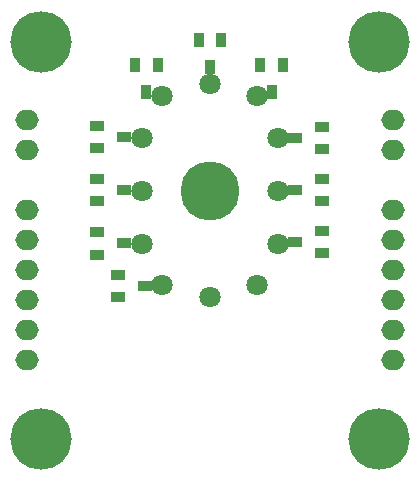
<source format=gbr>
G04 DipTrace 3.1.0.1*
G04 SerialNixieDriver.BottomMask.gbr*
%MOIN*%
G04 #@! TF.FileFunction,Soldermask,Bot*
G04 #@! TF.Part,Single*
%ADD22C,0.19685*%
%ADD40R,0.04937X0.033622*%
%ADD42R,0.033622X0.04937*%
%ADD44C,0.204882*%
%ADD46C,0.071024*%
%ADD48O,0.078031X0.068031*%
%FSLAX26Y26*%
G04*
G70*
G90*
G75*
G01*
G04 BotMask*
%LPD*%
D48*
X472756Y1481417D3*
Y1581417D3*
X1693228Y1481417D3*
Y1581417D3*
X472756Y1181417D3*
Y981417D3*
Y1081417D3*
Y1281417D3*
X1693228Y1181417D3*
Y981417D3*
Y1081417D3*
Y1281417D3*
X472756Y781417D3*
Y881417D3*
X1693228Y781417D3*
Y881417D3*
D46*
X1082992Y1701102D3*
X1309370Y1346772D3*
Y1523937D3*
X1082992Y992441D3*
X1309370Y1169606D3*
X1240472Y1031811D3*
Y1661732D3*
X925512D3*
X856614Y1523937D3*
Y1346772D3*
Y1169606D3*
X925512Y1031811D3*
D22*
X1082992Y1346772D3*
D44*
X520000Y1842835D3*
X1645984D3*
X520000Y520000D3*
X1645984D3*
D42*
X1047559Y1848522D3*
X1122362D3*
X1084961Y1757971D3*
X1252283Y1765845D3*
X1327087D3*
X1289685Y1675294D3*
X834961Y1765845D3*
X909764D3*
X872362Y1675294D3*
D40*
X1458759Y1559370D3*
Y1484567D3*
X1368207Y1521969D3*
X707226Y1488504D3*
Y1563307D3*
X797777Y1525906D3*
X1458759Y1386142D3*
Y1311339D3*
X1368207Y1348740D3*
X707226Y1311339D3*
Y1386142D3*
X797777Y1348740D3*
X1458759Y1212913D3*
Y1138110D3*
X1368207Y1175512D3*
X707226Y1134173D3*
Y1208976D3*
X797777Y1171575D3*
X778092Y992441D3*
Y1067244D3*
X868643Y1029843D3*
M02*

</source>
